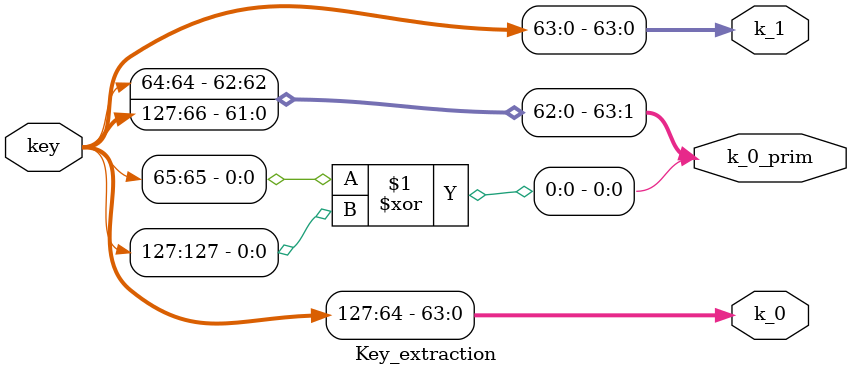
<source format=v>
module Key_extraction(key, k_0, k_0_prim, k_1);
    input [127 : 0] key;
    output [63 : 0] k_0, k_0_prim, k_1;

assign k_0 = key[127:64];
assign k_0_prim = {key[64], key[127:66], key[65] ^ key[127]};
assign k_1 = key[63:0];


endmodule

</source>
